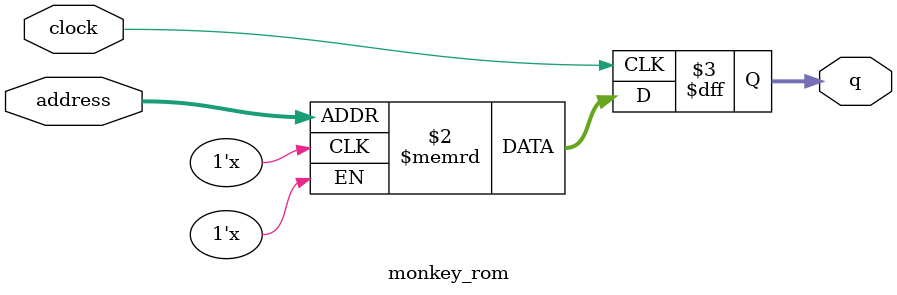
<source format=sv>
module monkey_rom (
	input logic clock,
	input logic [9:0] address,
	output logic [1:0] q
);

logic [1:0] memory [0:1023] /* synthesis ram_init_file = "./monkey/monkey.mif" */;

always_ff @ (posedge clock) begin
	q <= memory[address];
end

endmodule

</source>
